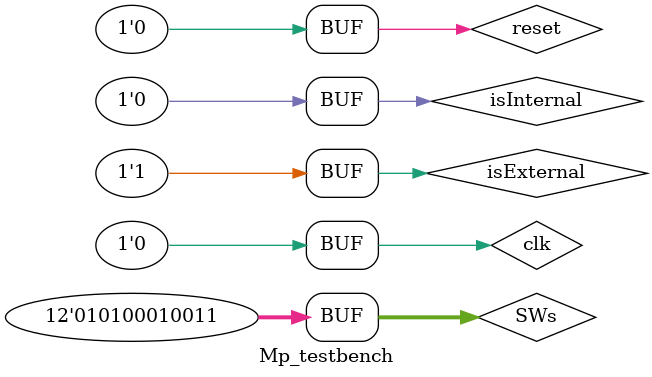
<source format=sv>
`timescale 1ns / 1ps


module Mp_testbench();
    
    logic clk;
    logic reset;
    logic isExternal;
    logic isInternal;
    logic [11:0] SWs;
    logic [3:0] A;
    logic [3:0] B;
    logic [3:0] out;  
    
    
    MicroProcessor dut( clk, reset, isExternal, isInternal, SWs, A, B, out );
    
    always 
        begin
            clk = 1; #5; clk = 0; #5;
        end
    
    initial begin
    
    reset = 0;
    isExternal = 0;
    isInternal = 0;
    SWs = 12'b0000_0000_0000;
    
    #20;
    
    SWs = 12'b0000_0010_0110;
    isExternal = 1;
    
    #20;
    
    isExternal = 0;
    
    #20;
    
    SWs = 12'b0000_0011_0010;
    isExternal = 1;
    
    #20;
    
    isExternal = 0;
    
    #20;
    
    SWs = 12'b0101_0001_0011;
    isExternal = 1;
    
    
    
    end
    
endmodule

</source>
